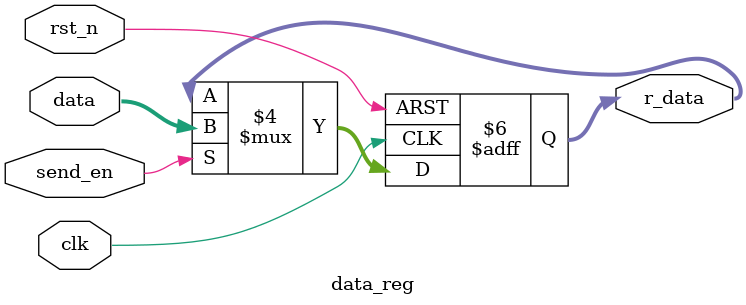
<source format=v>
/**********************************************
UART TX moudle
use fsm
by linhuifu 2020.10.20
**********************************************/
//`default_nettype none
module uart_byte_tx
	(
	input clk,
	input rst_n,
	input [7:0]data,
	input [2:0]baud_set,
	input send_en,
	output  t_data,
	output  tx_done,
	output  uart_state
	);
	
	wire bps_clk;	//波特率时钟
	wire [15:0]bps_DR;//分频计数最大值
	wire [3:0] bps_cnt_q;
	wire [7:0] r_data;
	
	
	DR_LUT d1
	(
	.clk(clk),
	.rst_n(rst_n),
	.baud_set(baud_set),
	.bps_DR(bps_DR)
	);
	
	div_cnt d2
	(
	.clk(clk),
	.rst_n(rst_n),
	.en_cnt(uart_state),
	.bps_DR(bps_DR),
	.bps_clk(bps_clk)
	);
	
	bps_cnt d3
	(
	.clk(clk),
	.rst_n(rst_n),
	 .send_en(send_en),
	.bps_clk(bps_clk),
	.bps_cnt_q(bps_cnt_q),
	.tx_done(tx_done),
	.uart_state(uart_state)
	);
	
	data_reg d4
	(
    data,
    send_en,
    clk,
    rst_n,
    r_data
	);
	
	rs232_tx d5
	(
    clk,
    rst_n,
    r_data,
    bps_cnt_q,
    t_data
	);
	
	
	
endmodule


//波特率时钟分频系数计算
module DR_LUT
    (
    input clk,
    input rst_n,
    input [2:0]baud_set,
    output reg[15:0] bps_DR
    );

    localparam system_clk_period=20;
    localparam [15:0] bps_DR_9600=104167/system_clk_period-1;
    localparam [15:0] bps_DR_19200=52083/system_clk_period-1;
    localparam [15:0] bps_DR_38400=26041/system_clk_period-1;
    localparam [15:0] bps_DR_57600=17361/system_clk_period-1;
    localparam [15:0] bps_DR_115200=8680/system_clk_period-1;


    always@(posedge clk or negedge rst_n) begin
        if(~rst_n) bps_DR<=bps_DR_9600;
        else begin
            case(baud_set)
                0:bps_DR<=bps_DR_9600;
                1:bps_DR<=bps_DR_19200;
                2:bps_DR<=bps_DR_38400;
                3:bps_DR<=bps_DR_57600;
                4:bps_DR<=bps_DR_115200;
                default:bps_DR<=bps_DR_9600;
            endcase
        end
    end
endmodule

//计数器生成波特率时钟（脉冲）
module div_cnt
    (
    input [15:0]bps_DR,
    input en_cnt,    //仅在发送时计数
    input clk,
    input rst_n,
    output reg bps_clk
    );
   reg [15:0]  d_cnt;
    always @(posedge clk or negedge rst_n) begin
        if(!rst_n) begin
           d_cnt<=0;
            bps_clk<=0;
        end
        else if(en_cnt) begin
            if(d_cnt==bps_DR) begin 
                d_cnt<=0;
                bps_clk<=1;
			end
            else begin
                d_cnt<=d_cnt+1;
                bps_clk<=0;
			end
        end
        else begin 
            d_cnt<=0;
	    bps_clk<=0;
		end
    end
endmodule

module bps_cnt
    (
    input clk,
    input bps_clk,
    input rst_n,
    input send_en,
    output reg [3:0] bps_cnt_q,
    output  reg tx_done,
    output  reg uart_state
    );
    
	//assign uart_state = rst_n&send_en;
	//assign tx_done = (bps_cnt_q==11);
	
    always @(posedge clk or negedge rst_n) begin
        if(!rst_n) begin
           bps_cnt_q<=0;
        end
        else if(bps_cnt_q==11) begin
            bps_cnt_q<=0;

        end
        else if(bps_clk)
            bps_cnt_q<=bps_cnt_q+1;
        else
			bps_cnt_q<=bps_cnt_q;
    end
	 
	 
	 always @(posedge clk or negedge rst_n) begin
		if(!rst_n) 
			uart_state<=0;
		else if(send_en)
			uart_state<=1;
		else 
			uart_state<=uart_state;
	 end
	 
	 always @(posedge clk or negedge rst_n) begin
		if(!rst_n) 
			tx_done<=0;
		else if(bps_cnt_q==11)
			tx_done<=1;
		else 
			tx_done<=0;
	 end
			
endmodule

//根据bps_cnt计数选择发送数据的位
//rs232时序无数据为高电平，开始为为低电平，停止位为高电平
module rs232_tx
(
    input clk,
    input rst_n,
    input [7:0] r_data,
    input [3:0] bps_cnt_q,
    output reg t_data
);
    localparam START_BIT=1'b0;
    localparam STOP_BIT=1'b0;
   always@(posedge clk or negedge rst_n) begin
    if(!rst_n)
        t_data<=1'b1;
    else begin
        case(bps_cnt_q)
        0:t_data<=1;
        1:t_data<=START_BIT;
        2:t_data<=r_data[0];
        3:t_data<=r_data[1];
        4:t_data<=r_data[2];
        5:t_data<=r_data[3];
        6:t_data<=r_data[4];
        7:t_data<=r_data[5];
        8:t_data<=r_data[6];
        9:t_data<=r_data[7];
        10:t_data<=STOP_BIT;
        default:t_data<=1;
	endcase
    end
   end
endmodule
//发送时对数据寄存
module data_reg
(
    input [7:0] data,
    input send_en,
    input clk,
    input rst_n,
    output reg[7:0]  r_data
);
   always@(posedge clk or negedge rst_n) begin
    if(!rst_n)
        r_data<=0;
    else if(send_en)
        r_data<=data;
    else
        r_data<=r_data;
    end
endmodule
</source>
